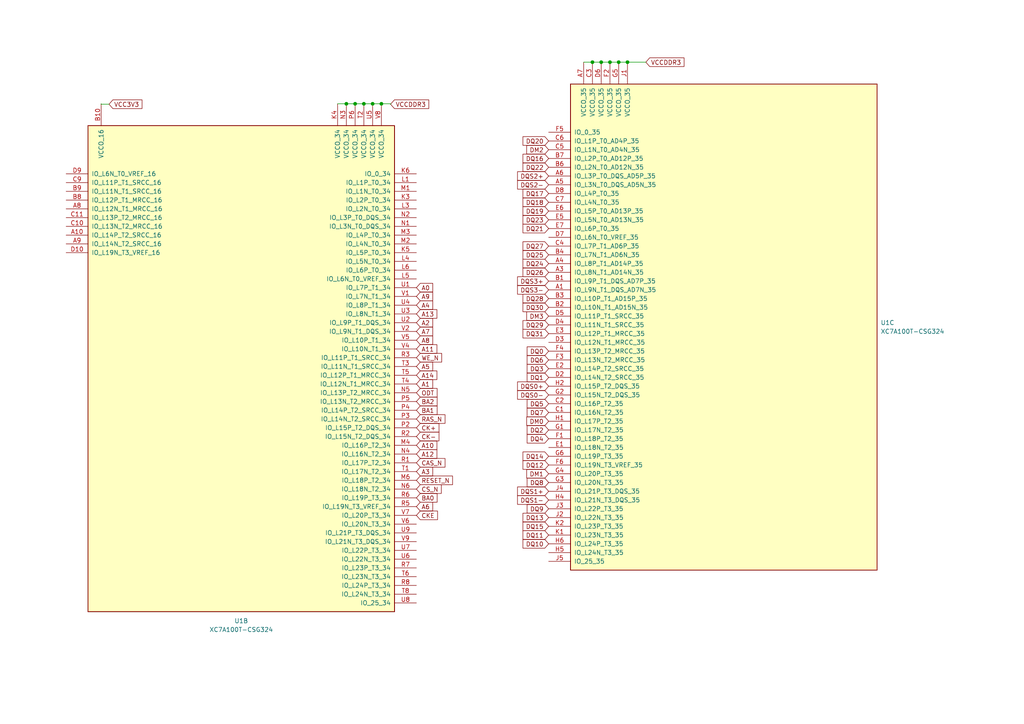
<source format=kicad_sch>
(kicad_sch (version 20230121) (generator eeschema)
  (paper "A4")
  (lib_symbols
    (symbol "FPGA_Xilinx_Artix7:XC7A100T-CSG324" (pin_names (offset 1.016))
      (property "Reference" "U" (at 0 1.27 0))
      (property "Value" "XC7A100T-CSG324" (at 0 -1.27 0))
      (symbol "XC7A100T-CSG324_1_1"
        (rectangle (start -44.45 67.31) (end 44.45 -73.66) (stroke (width 0.254)) (fill (type background)))
        (pin bidirectional line (at 50.8 33.02 180) (length 6.35) (name "IO_L4N_T0_15") (number "A11"))
        (pin bidirectional line (at 50.8 10.16 180) (length 6.35) (name "IO_L9P_T1_DQS_AD3P_15") (number "A13"))
        (pin bidirectional line (at 50.8 7.62 180) (length 6.35) (name "IO_L9N_T1_DQS_AD3N_15") (number "A14"))
        (pin bidirectional line (at 50.8 15.24 180) (length 6.35) (name "IO_L8P_T1_AD10P_15") (number "A15"))
        (pin bidirectional line (at 50.8 12.7 180) (length 6.35) (name "IO_L8N_T1_AD10N_15") (number "A16"))
        (pin power_in line (at 27.94 73.66 270) (length 6.35) (name "VCCO_15") (number "A17"))
        (pin bidirectional line (at 50.8 2.54 180) (length 6.35) (name "IO_L10N_T1_AD11N_15") (number "A18"))
        (pin bidirectional line (at 50.8 35.56 180) (length 6.35) (name "IO_L4P_T0_15") (number "B11"))
        (pin bidirectional line (at 50.8 38.1 180) (length 6.35) (name "IO_L3N_T0_DQS_AD1N_15") (number "B12"))
        (pin bidirectional line (at 50.8 45.72 180) (length 6.35) (name "IO_L2P_T0_AD8P_15") (number "B13"))
        (pin bidirectional line (at 50.8 43.18 180) (length 6.35) (name "IO_L2N_T0_AD8N_15") (number "B14"))
        (pin bidirectional line (at 50.8 20.32 180) (length 6.35) (name "IO_L7P_T1_AD2P_15") (number "B16"))
        (pin bidirectional line (at 50.8 17.78 180) (length 6.35) (name "IO_L7N_T1_AD2N_15") (number "B17"))
        (pin bidirectional line (at 50.8 5.08 180) (length 6.35) (name "IO_L10P_T1_AD11P_15") (number "B18"))
        (pin bidirectional line (at 50.8 40.64 180) (length 6.35) (name "IO_L3P_T0_DQS_AD1P_15") (number "C12"))
        (pin power_in line (at 30.48 73.66 270) (length 6.35) (name "VCCO_15") (number "C13"))
        (pin bidirectional line (at 50.8 48.26 180) (length 6.35) (name "IO_L1N_T0_AD0N_15") (number "C14"))
        (pin bidirectional line (at 50.8 -7.62 180) (length 6.35) (name "IO_L12N_T1_MRCC_15") (number "C15"))
        (pin bidirectional line (at 50.8 -45.72 180) (length 6.35) (name "IO_L20P_T3_A20_15") (number "C16"))
        (pin bidirectional line (at 50.8 -48.26 180) (length 6.35) (name "IO_L20N_T3_A19_15") (number "C17"))
        (pin bidirectional line (at 50.8 25.4 180) (length 6.35) (name "IO_L6P_T0_15") (number "D12"))
        (pin bidirectional line (at 50.8 22.86 180) (length 6.35) (name "IO_L6N_T0_VREF_15") (number "D13"))
        (pin bidirectional line (at 50.8 50.8 180) (length 6.35) (name "IO_L1P_T0_AD0P_15") (number "D14"))
        (pin bidirectional line (at 50.8 -5.08 180) (length 6.35) (name "IO_L12P_T1_MRCC_15") (number "D15"))
        (pin power_in line (at 33.02 73.66 270) (length 6.35) (name "VCCO_15") (number "D16"))
        (pin bidirectional line (at 50.8 -27.94 180) (length 6.35) (name "IO_L16N_T2_A27_15") (number "D17"))
        (pin bidirectional line (at 50.8 -53.34 180) (length 6.35) (name "IO_L21N_T3_DQS_A18_15") (number "D18"))
        (pin bidirectional line (at 50.8 0 180) (length 6.35) (name "IO_L11P_T1_SRCC_15") (number "E15"))
        (pin bidirectional line (at 50.8 -2.54 180) (length 6.35) (name "IO_L11N_T1_SRCC_15") (number "E16"))
        (pin bidirectional line (at 50.8 -25.4 180) (length 6.35) (name "IO_L16P_T2_A28_15") (number "E17"))
        (pin bidirectional line (at 50.8 -50.8 180) (length 6.35) (name "IO_L21P_T3_DQS_15") (number "E18"))
        (pin bidirectional line (at 50.8 30.48 180) (length 6.35) (name "IO_L5P_T0_AD9P_15") (number "F13"))
        (pin bidirectional line (at 50.8 27.94 180) (length 6.35) (name "IO_L5N_T0_AD9N_15") (number "F14"))
        (pin bidirectional line (at 50.8 -15.24 180) (length 6.35) (name "IO_L14P_T2_SRCC_15") (number "F15"))
        (pin bidirectional line (at 50.8 -17.78 180) (length 6.35) (name "IO_L14N_T2_SRCC_15") (number "F16"))
        (pin bidirectional line (at 50.8 -58.42 180) (length 6.35) (name "IO_L22N_T3_A16_15") (number "F18"))
        (pin bidirectional line (at 50.8 53.34 180) (length 6.35) (name "IO_0_15") (number "G13"))
        (pin bidirectional line (at 50.8 -22.86 180) (length 6.35) (name "IO_L15N_T2_DQS_ADV_B_15") (number "G14"))
        (pin power_in line (at 35.56 73.66 270) (length 6.35) (name "VCCO_15") (number "G15"))
        (pin bidirectional line (at 50.8 -12.7 180) (length 6.35) (name "IO_L13N_T2_MRCC_15") (number "G16"))
        (pin bidirectional line (at 50.8 -38.1 180) (length 6.35) (name "IO_L18N_T2_A23_15") (number "G17"))
        (pin bidirectional line (at 50.8 -55.88 180) (length 6.35) (name "IO_L22P_T3_A17_15") (number "G18"))
        (pin bidirectional line (at 50.8 -20.32 180) (length 6.35) (name "IO_L15P_T2_DQS_15") (number "H14"))
        (pin bidirectional line (at 50.8 -43.18 180) (length 6.35) (name "IO_L19N_T3_A21_VREF_15") (number "H15"))
        (pin bidirectional line (at 50.8 -10.16 180) (length 6.35) (name "IO_L13P_T2_MRCC_15") (number "H16"))
        (pin bidirectional line (at 50.8 -35.56 180) (length 6.35) (name "IO_L18P_T2_A24_15") (number "H17"))
        (pin power_in line (at 38.1 73.66 270) (length 6.35) (name "VCCO_15") (number "H18"))
        (pin bidirectional line (at 50.8 -33.02 180) (length 6.35) (name "IO_L17N_T2_A25_15") (number "J13"))
        (pin bidirectional line (at 50.8 -40.64 180) (length 6.35) (name "IO_L19P_T3_A22_15") (number "J14"))
        (pin bidirectional line (at 50.8 -68.58 180) (length 6.35) (name "IO_L24N_T3_RS0_15") (number "J15"))
        (pin bidirectional line (at 50.8 -60.96 180) (length 6.35) (name "IO_L23P_T3_FOE_B_15") (number "J17"))
        (pin bidirectional line (at 50.8 -63.5 180) (length 6.35) (name "IO_L23N_T3_FWE_B_15") (number "J18"))
        (pin bidirectional line (at 50.8 -30.48 180) (length 6.35) (name "IO_L17P_T2_A26_15") (number "K13"))
        (pin power_in line (at 40.64 73.66 270) (length 6.35) (name "VCCO_15") (number "K14"))
        (pin bidirectional line (at 50.8 -66.04 180) (length 6.35) (name "IO_L24P_T3_RS1_15") (number "K15"))
        (pin bidirectional line (at 50.8 -71.12 180) (length 6.35) (name "IO_25_15") (number "K16"))
        (pin bidirectional line (at -50.8 50.8 0) (length 6.35) (name "IO_L1P_T0_D00_MOSI_14") (number "K17"))
        (pin bidirectional line (at -50.8 48.26 0) (length 6.35) (name "IO_L1N_T0_D01_DIN_14") (number "K18"))
        (pin bidirectional line (at -50.8 25.4 0) (length 6.35) (name "IO_L6P_T0_FCS_B_14") (number "L13"))
        (pin bidirectional line (at -50.8 45.72 0) (length 6.35) (name "IO_L2P_T0_D02_14") (number "L14"))
        (pin bidirectional line (at -50.8 40.64 0) (length 6.35) (name "IO_L3P_T0_DQS_PUDC_B_14") (number "L15"))
        (pin bidirectional line (at -50.8 38.1 0) (length 6.35) (name "IO_L3N_T0_DQS_EMCCLK_14") (number "L16"))
        (pin power_in line (at -40.64 73.66 270) (length 6.35) (name "VCCO_14") (number "L17"))
        (pin bidirectional line (at -50.8 35.56 0) (length 6.35) (name "IO_L4P_T0_D04_14") (number "L18"))
        (pin bidirectional line (at -50.8 22.86 0) (length 6.35) (name "IO_L6N_T0_D08_VREF_14") (number "M13"))
        (pin bidirectional line (at -50.8 43.18 0) (length 6.35) (name "IO_L2N_T0_D03_14") (number "M14"))
        (pin bidirectional line (at -50.8 5.08 0) (length 6.35) (name "IO_L10P_T1_D14_14") (number "M16"))
        (pin bidirectional line (at -50.8 2.54 0) (length 6.35) (name "IO_L10N_T1_D15_14") (number "M17"))
        (pin bidirectional line (at -50.8 33.02 0) (length 6.35) (name "IO_L4N_T0_D05_14") (number "M18"))
        (pin power_in line (at -38.1 73.66 270) (length 6.35) (name "VCCO_14") (number "N13"))
        (pin bidirectional line (at -50.8 15.24 0) (length 6.35) (name "IO_L8P_T1_D11_14") (number "N14"))
        (pin bidirectional line (at -50.8 0 0) (length 6.35) (name "IO_L11P_T1_SRCC_14") (number "N15"))
        (pin bidirectional line (at -50.8 -2.54 0) (length 6.35) (name "IO_L11N_T1_SRCC_14") (number "N16"))
        (pin bidirectional line (at -50.8 10.16 0) (length 6.35) (name "IO_L9P_T1_DQS_14") (number "N17"))
        (pin bidirectional line (at -50.8 12.7 0) (length 6.35) (name "IO_L8N_T1_D12_14") (number "P14"))
        (pin bidirectional line (at -50.8 -10.16 0) (length 6.35) (name "IO_L13P_T2_MRCC_14") (number "P15"))
        (pin power_in line (at -35.56 73.66 270) (length 6.35) (name "VCCO_14") (number "P16"))
        (pin bidirectional line (at -50.8 -5.08 0) (length 6.35) (name "IO_L12P_T1_MRCC_14") (number "P17"))
        (pin bidirectional line (at -50.8 7.62 0) (length 6.35) (name "IO_L9N_T1_DQS_D13_14") (number "P18"))
        (pin bidirectional line (at -50.8 -71.12 0) (length 6.35) (name "IO_25_14") (number "R10"))
        (pin bidirectional line (at -50.8 53.34 0) (length 6.35) (name "IO_0_14") (number "R11"))
        (pin bidirectional line (at -50.8 30.48 0) (length 6.35) (name "IO_L5P_T0_D06_14") (number "R12"))
        (pin bidirectional line (at -50.8 27.94 0) (length 6.35) (name "IO_L5N_T0_D07_14") (number "R13"))
        (pin bidirectional line (at -50.8 -12.7 0) (length 6.35) (name "IO_L13N_T2_MRCC_14") (number "R15"))
        (pin bidirectional line (at -50.8 -20.32 0) (length 6.35) (name "IO_L15P_T2_DQS_RDWR_B_14") (number "R16"))
        (pin bidirectional line (at -50.8 -7.62 0) (length 6.35) (name "IO_L12N_T1_MRCC_14") (number "R17"))
        (pin bidirectional line (at -50.8 20.32 0) (length 6.35) (name "IO_L7P_T1_D09_14") (number "R18"))
        (pin bidirectional line (at -50.8 -68.58 0) (length 6.35) (name "IO_L24N_T3_A00_D16_14") (number "T10"))
        (pin bidirectional line (at -50.8 -40.64 0) (length 6.35) (name "IO_L19P_T3_A10_D26_14") (number "T11"))
        (pin power_in line (at -33.02 73.66 270) (length 6.35) (name "VCCO_14") (number "T12"))
        (pin bidirectional line (at -50.8 -60.96 0) (length 6.35) (name "IO_L23P_T3_A03_D19_14") (number "T13"))
        (pin bidirectional line (at -50.8 -15.24 0) (length 6.35) (name "IO_L14P_T2_SRCC_14") (number "T14"))
        (pin bidirectional line (at -50.8 -17.78 0) (length 6.35) (name "IO_L14N_T2_SRCC_14") (number "T15"))
        (pin bidirectional line (at -50.8 -22.86 0) (length 6.35) (name "IO_L15N_T2_DQS_DOUT_CSO_B_14") (number "T16"))
        (pin bidirectional line (at -50.8 17.78 0) (length 6.35) (name "IO_L7N_T1_D10_14") (number "T18"))
        (pin bidirectional line (at -50.8 -66.04 0) (length 6.35) (name "IO_L24P_T3_A01_D17_14") (number "T9"))
        (pin bidirectional line (at -50.8 -43.18 0) (length 6.35) (name "IO_L19N_T3_A09_D25_VREF_14") (number "U11"))
        (pin bidirectional line (at -50.8 -45.72 0) (length 6.35) (name "IO_L20P_T3_A08_D24_14") (number "U12"))
        (pin bidirectional line (at -50.8 -63.5 0) (length 6.35) (name "IO_L23N_T3_A02_D18_14") (number "U13"))
        (pin bidirectional line (at -50.8 -55.88 0) (length 6.35) (name "IO_L22P_T3_A05_D21_14") (number "U14"))
        (pin power_in line (at -30.48 73.66 270) (length 6.35) (name "VCCO_14") (number "U15"))
        (pin bidirectional line (at -50.8 -35.56 0) (length 6.35) (name "IO_L18P_T2_A12_D28_14") (number "U16"))
        (pin bidirectional line (at -50.8 -30.48 0) (length 6.35) (name "IO_L17P_T2_A14_D30_14") (number "U17"))
        (pin bidirectional line (at -50.8 -33.02 0) (length 6.35) (name "IO_L17N_T2_A13_D29_14") (number "U18"))
        (pin bidirectional line (at -50.8 -50.8 0) (length 6.35) (name "IO_L21P_T3_DQS_14") (number "V10"))
        (pin bidirectional line (at -50.8 -53.34 0) (length 6.35) (name "IO_L21N_T3_DQS_A06_D22_14") (number "V11"))
        (pin bidirectional line (at -50.8 -48.26 0) (length 6.35) (name "IO_L20N_T3_A07_D23_14") (number "V12"))
        (pin bidirectional line (at -50.8 -58.42 0) (length 6.35) (name "IO_L22N_T3_A04_D20_14") (number "V14"))
        (pin bidirectional line (at -50.8 -25.4 0) (length 6.35) (name "IO_L16P_T2_CSI_B_14") (number "V15"))
        (pin bidirectional line (at -50.8 -27.94 0) (length 6.35) (name "IO_L16N_T2_A15_D31_14") (number "V16"))
        (pin bidirectional line (at -50.8 -38.1 0) (length 6.35) (name "IO_L18N_T2_A11_D27_14") (number "V17"))
        (pin power_in line (at -27.94 73.66 270) (length 6.35) (name "VCCO_14") (number "V18"))
      )
      (symbol "XC7A100T-CSG324_2_1"
        (rectangle (start -44.45 67.31) (end 44.45 -73.66) (stroke (width 0.254)) (fill (type background)))
        (pin bidirectional line (at -50.8 35.56 0) (length 6.35) (name "IO_L14P_T2_SRCC_16") (number "A10"))
        (pin bidirectional line (at -50.8 43.18 0) (length 6.35) (name "IO_L12N_T1_MRCC_16") (number "A8"))
        (pin bidirectional line (at -50.8 33.02 0) (length 6.35) (name "IO_L14N_T2_SRCC_16") (number "A9"))
        (pin power_in line (at -40.64 73.66 270) (length 6.35) (name "VCCO_16") (number "B10"))
        (pin bidirectional line (at -50.8 45.72 0) (length 6.35) (name "IO_L12P_T1_MRCC_16") (number "B8"))
        (pin bidirectional line (at -50.8 48.26 0) (length 6.35) (name "IO_L11N_T1_SRCC_16") (number "B9"))
        (pin bidirectional line (at -50.8 38.1 0) (length 6.35) (name "IO_L13N_T2_MRCC_16") (number "C10"))
        (pin bidirectional line (at -50.8 40.64 0) (length 6.35) (name "IO_L13P_T2_MRCC_16") (number "C11"))
        (pin bidirectional line (at -50.8 50.8 0) (length 6.35) (name "IO_L11P_T1_SRCC_16") (number "C9"))
        (pin bidirectional line (at -50.8 30.48 0) (length 6.35) (name "IO_L19N_T3_VREF_16") (number "D10"))
        (pin bidirectional line (at -50.8 53.34 0) (length 6.35) (name "IO_L6N_T0_VREF_16") (number "D9"))
        (pin bidirectional line (at 50.8 45.72 180) (length 6.35) (name "IO_L2P_T0_34") (number "K3"))
        (pin power_in line (at 27.94 73.66 270) (length 6.35) (name "VCCO_34") (number "K4"))
        (pin bidirectional line (at 50.8 30.48 180) (length 6.35) (name "IO_L5P_T0_34") (number "K5"))
        (pin bidirectional line (at 50.8 53.34 180) (length 6.35) (name "IO_0_34") (number "K6"))
        (pin bidirectional line (at 50.8 50.8 180) (length 6.35) (name "IO_L1P_T0_34") (number "L1"))
        (pin bidirectional line (at 50.8 43.18 180) (length 6.35) (name "IO_L2N_T0_34") (number "L3"))
        (pin bidirectional line (at 50.8 27.94 180) (length 6.35) (name "IO_L5N_T0_34") (number "L4"))
        (pin bidirectional line (at 50.8 22.86 180) (length 6.35) (name "IO_L6N_T0_VREF_34") (number "L5"))
        (pin bidirectional line (at 50.8 25.4 180) (length 6.35) (name "IO_L6P_T0_34") (number "L6"))
        (pin bidirectional line (at 50.8 48.26 180) (length 6.35) (name "IO_L1N_T0_34") (number "M1"))
        (pin bidirectional line (at 50.8 33.02 180) (length 6.35) (name "IO_L4N_T0_34") (number "M2"))
        (pin bidirectional line (at 50.8 35.56 180) (length 6.35) (name "IO_L4P_T0_34") (number "M3"))
        (pin bidirectional line (at 50.8 -25.4 180) (length 6.35) (name "IO_L16P_T2_34") (number "M4"))
        (pin bidirectional line (at 50.8 -35.56 180) (length 6.35) (name "IO_L18P_T2_34") (number "M6"))
        (pin bidirectional line (at 50.8 38.1 180) (length 6.35) (name "IO_L3N_T0_DQS_34") (number "N1"))
        (pin bidirectional line (at 50.8 40.64 180) (length 6.35) (name "IO_L3P_T0_DQS_34") (number "N2"))
        (pin power_in line (at 30.48 73.66 270) (length 6.35) (name "VCCO_34") (number "N3"))
        (pin bidirectional line (at 50.8 -27.94 180) (length 6.35) (name "IO_L16N_T2_34") (number "N4"))
        (pin bidirectional line (at 50.8 -10.16 180) (length 6.35) (name "IO_L13P_T2_MRCC_34") (number "N5"))
        (pin bidirectional line (at 50.8 -38.1 180) (length 6.35) (name "IO_L18N_T2_34") (number "N6"))
        (pin bidirectional line (at 50.8 -20.32 180) (length 6.35) (name "IO_L15P_T2_DQS_34") (number "P2"))
        (pin bidirectional line (at 50.8 -17.78 180) (length 6.35) (name "IO_L14N_T2_SRCC_34") (number "P3"))
        (pin bidirectional line (at 50.8 -15.24 180) (length 6.35) (name "IO_L14P_T2_SRCC_34") (number "P4"))
        (pin bidirectional line (at 50.8 -12.7 180) (length 6.35) (name "IO_L13N_T2_MRCC_34") (number "P5"))
        (pin power_in line (at 33.02 73.66 270) (length 6.35) (name "VCCO_34") (number "P6"))
        (pin bidirectional line (at 50.8 -30.48 180) (length 6.35) (name "IO_L17P_T2_34") (number "R1"))
        (pin bidirectional line (at 50.8 -22.86 180) (length 6.35) (name "IO_L15N_T2_DQS_34") (number "R2"))
        (pin bidirectional line (at 50.8 0 180) (length 6.35) (name "IO_L11P_T1_SRCC_34") (number "R3"))
        (pin bidirectional line (at 50.8 -43.18 180) (length 6.35) (name "IO_L19N_T3_VREF_34") (number "R5"))
        (pin bidirectional line (at 50.8 -40.64 180) (length 6.35) (name "IO_L19P_T3_34") (number "R6"))
        (pin bidirectional line (at 50.8 -60.96 180) (length 6.35) (name "IO_L23P_T3_34") (number "R7"))
        (pin bidirectional line (at 50.8 -66.04 180) (length 6.35) (name "IO_L24P_T3_34") (number "R8"))
        (pin bidirectional line (at 50.8 -33.02 180) (length 6.35) (name "IO_L17N_T2_34") (number "T1"))
        (pin power_in line (at 35.56 73.66 270) (length 6.35) (name "VCCO_34") (number "T2"))
        (pin bidirectional line (at 50.8 -2.54 180) (length 6.35) (name "IO_L11N_T1_SRCC_34") (number "T3"))
        (pin bidirectional line (at 50.8 -7.62 180) (length 6.35) (name "IO_L12N_T1_MRCC_34") (number "T4"))
        (pin bidirectional line (at 50.8 -5.08 180) (length 6.35) (name "IO_L12P_T1_MRCC_34") (number "T5"))
        (pin bidirectional line (at 50.8 -63.5 180) (length 6.35) (name "IO_L23N_T3_34") (number "T6"))
        (pin bidirectional line (at 50.8 -68.58 180) (length 6.35) (name "IO_L24N_T3_34") (number "T8"))
        (pin bidirectional line (at 50.8 20.32 180) (length 6.35) (name "IO_L7P_T1_34") (number "U1"))
        (pin bidirectional line (at 50.8 10.16 180) (length 6.35) (name "IO_L9P_T1_DQS_34") (number "U2"))
        (pin bidirectional line (at 50.8 12.7 180) (length 6.35) (name "IO_L8N_T1_34") (number "U3"))
        (pin bidirectional line (at 50.8 15.24 180) (length 6.35) (name "IO_L8P_T1_34") (number "U4"))
        (pin power_in line (at 38.1 73.66 270) (length 6.35) (name "VCCO_34") (number "U5"))
        (pin bidirectional line (at 50.8 -58.42 180) (length 6.35) (name "IO_L22N_T3_34") (number "U6"))
        (pin bidirectional line (at 50.8 -55.88 180) (length 6.35) (name "IO_L22P_T3_34") (number "U7"))
        (pin bidirectional line (at 50.8 -71.12 180) (length 6.35) (name "IO_25_34") (number "U8"))
        (pin bidirectional line (at 50.8 -50.8 180) (length 6.35) (name "IO_L21P_T3_DQS_34") (number "U9"))
        (pin bidirectional line (at 50.8 17.78 180) (length 6.35) (name "IO_L7N_T1_34") (number "V1"))
        (pin bidirectional line (at 50.8 7.62 180) (length 6.35) (name "IO_L9N_T1_DQS_34") (number "V2"))
        (pin bidirectional line (at 50.8 2.54 180) (length 6.35) (name "IO_L10N_T1_34") (number "V4"))
        (pin bidirectional line (at 50.8 5.08 180) (length 6.35) (name "IO_L10P_T1_34") (number "V5"))
        (pin bidirectional line (at 50.8 -48.26 180) (length 6.35) (name "IO_L20N_T3_34") (number "V6"))
        (pin bidirectional line (at 50.8 -45.72 180) (length 6.35) (name "IO_L20P_T3_34") (number "V7"))
        (pin power_in line (at 40.64 73.66 270) (length 6.35) (name "VCCO_34") (number "V8"))
        (pin bidirectional line (at 50.8 -53.34 180) (length 6.35) (name "IO_L21N_T3_DQS_34") (number "V9"))
      )
      (symbol "XC7A100T-CSG324_3_1"
        (rectangle (start -44.45 67.31) (end 44.45 -73.66) (stroke (width 0.254)) (fill (type background)))
        (pin bidirectional line (at -50.8 7.62 0) (length 6.35) (name "IO_L9N_T1_DQS_AD7N_35") (number "A1"))
        (pin bidirectional line (at -50.8 12.7 0) (length 6.35) (name "IO_L8N_T1_AD14N_35") (number "A3"))
        (pin bidirectional line (at -50.8 15.24 0) (length 6.35) (name "IO_L8P_T1_AD14P_35") (number "A4"))
        (pin bidirectional line (at -50.8 38.1 0) (length 6.35) (name "IO_L3N_T0_DQS_AD5N_35") (number "A5"))
        (pin bidirectional line (at -50.8 40.64 0) (length 6.35) (name "IO_L3P_T0_DQS_AD5P_35") (number "A6"))
        (pin power_in line (at -40.64 73.66 270) (length 6.35) (name "VCCO_35") (number "A7"))
        (pin bidirectional line (at -50.8 10.16 0) (length 6.35) (name "IO_L9P_T1_DQS_AD7P_35") (number "B1"))
        (pin bidirectional line (at -50.8 2.54 0) (length 6.35) (name "IO_L10N_T1_AD15N_35") (number "B2"))
        (pin bidirectional line (at -50.8 5.08 0) (length 6.35) (name "IO_L10P_T1_AD15P_35") (number "B3"))
        (pin bidirectional line (at -50.8 17.78 0) (length 6.35) (name "IO_L7N_T1_AD6N_35") (number "B4"))
        (pin bidirectional line (at -50.8 43.18 0) (length 6.35) (name "IO_L2N_T0_AD12N_35") (number "B6"))
        (pin bidirectional line (at -50.8 45.72 0) (length 6.35) (name "IO_L2P_T0_AD12P_35") (number "B7"))
        (pin bidirectional line (at -50.8 -27.94 0) (length 6.35) (name "IO_L16N_T2_35") (number "C1"))
        (pin bidirectional line (at -50.8 -25.4 0) (length 6.35) (name "IO_L16P_T2_35") (number "C2"))
        (pin power_in line (at -38.1 73.66 270) (length 6.35) (name "VCCO_35") (number "C3"))
        (pin bidirectional line (at -50.8 20.32 0) (length 6.35) (name "IO_L7P_T1_AD6P_35") (number "C4"))
        (pin bidirectional line (at -50.8 48.26 0) (length 6.35) (name "IO_L1N_T0_AD4N_35") (number "C5"))
        (pin bidirectional line (at -50.8 50.8 0) (length 6.35) (name "IO_L1P_T0_AD4P_35") (number "C6"))
        (pin bidirectional line (at -50.8 33.02 0) (length 6.35) (name "IO_L4N_T0_35") (number "C7"))
        (pin bidirectional line (at -50.8 -17.78 0) (length 6.35) (name "IO_L14N_T2_SRCC_35") (number "D2"))
        (pin bidirectional line (at -50.8 -7.62 0) (length 6.35) (name "IO_L12N_T1_MRCC_35") (number "D3"))
        (pin bidirectional line (at -50.8 -2.54 0) (length 6.35) (name "IO_L11N_T1_SRCC_35") (number "D4"))
        (pin bidirectional line (at -50.8 0 0) (length 6.35) (name "IO_L11P_T1_SRCC_35") (number "D5"))
        (pin power_in line (at -35.56 73.66 270) (length 6.35) (name "VCCO_35") (number "D6"))
        (pin bidirectional line (at -50.8 22.86 0) (length 6.35) (name "IO_L6N_T0_VREF_35") (number "D7"))
        (pin bidirectional line (at -50.8 35.56 0) (length 6.35) (name "IO_L4P_T0_35") (number "D8"))
        (pin bidirectional line (at -50.8 -38.1 0) (length 6.35) (name "IO_L18N_T2_35") (number "E1"))
        (pin bidirectional line (at -50.8 -15.24 0) (length 6.35) (name "IO_L14P_T2_SRCC_35") (number "E2"))
        (pin bidirectional line (at -50.8 -5.08 0) (length 6.35) (name "IO_L12P_T1_MRCC_35") (number "E3"))
        (pin bidirectional line (at -50.8 27.94 0) (length 6.35) (name "IO_L5N_T0_AD13N_35") (number "E5"))
        (pin bidirectional line (at -50.8 30.48 0) (length 6.35) (name "IO_L5P_T0_AD13P_35") (number "E6"))
        (pin bidirectional line (at -50.8 25.4 0) (length 6.35) (name "IO_L6P_T0_35") (number "E7"))
        (pin bidirectional line (at -50.8 -35.56 0) (length 6.35) (name "IO_L18P_T2_35") (number "F1"))
        (pin power_in line (at -33.02 73.66 270) (length 6.35) (name "VCCO_35") (number "F2"))
        (pin bidirectional line (at -50.8 -12.7 0) (length 6.35) (name "IO_L13N_T2_MRCC_35") (number "F3"))
        (pin bidirectional line (at -50.8 -10.16 0) (length 6.35) (name "IO_L13P_T2_MRCC_35") (number "F4"))
        (pin bidirectional line (at -50.8 53.34 0) (length 6.35) (name "IO_0_35") (number "F5"))
        (pin bidirectional line (at -50.8 -43.18 0) (length 6.35) (name "IO_L19N_T3_VREF_35") (number "F6"))
        (pin bidirectional line (at -50.8 -33.02 0) (length 6.35) (name "IO_L17N_T2_35") (number "G1"))
        (pin bidirectional line (at -50.8 -22.86 0) (length 6.35) (name "IO_L15N_T2_DQS_35") (number "G2"))
        (pin bidirectional line (at -50.8 -48.26 0) (length 6.35) (name "IO_L20N_T3_35") (number "G3"))
        (pin bidirectional line (at -50.8 -45.72 0) (length 6.35) (name "IO_L20P_T3_35") (number "G4"))
        (pin power_in line (at -30.48 73.66 270) (length 6.35) (name "VCCO_35") (number "G5"))
        (pin bidirectional line (at -50.8 -40.64 0) (length 6.35) (name "IO_L19P_T3_35") (number "G6"))
        (pin bidirectional line (at -50.8 -30.48 0) (length 6.35) (name "IO_L17P_T2_35") (number "H1"))
        (pin bidirectional line (at -50.8 -20.32 0) (length 6.35) (name "IO_L15P_T2_DQS_35") (number "H2"))
        (pin bidirectional line (at -50.8 -53.34 0) (length 6.35) (name "IO_L21N_T3_DQS_35") (number "H4"))
        (pin bidirectional line (at -50.8 -68.58 0) (length 6.35) (name "IO_L24N_T3_35") (number "H5"))
        (pin bidirectional line (at -50.8 -66.04 0) (length 6.35) (name "IO_L24P_T3_35") (number "H6"))
        (pin power_in line (at -27.94 73.66 270) (length 6.35) (name "VCCO_35") (number "J1"))
        (pin bidirectional line (at -50.8 -58.42 0) (length 6.35) (name "IO_L22N_T3_35") (number "J2"))
        (pin bidirectional line (at -50.8 -55.88 0) (length 6.35) (name "IO_L22P_T3_35") (number "J3"))
        (pin bidirectional line (at -50.8 -50.8 0) (length 6.35) (name "IO_L21P_T3_DQS_35") (number "J4"))
        (pin bidirectional line (at -50.8 -71.12 0) (length 6.35) (name "IO_25_35") (number "J5"))
        (pin bidirectional line (at -50.8 -63.5 0) (length 6.35) (name "IO_L23N_T3_35") (number "K1"))
        (pin bidirectional line (at -50.8 -60.96 0) (length 6.35) (name "IO_L23P_T3_35") (number "K2"))
      )
      (symbol "XC7A100T-CSG324_4_1"
        (rectangle (start -31.75 34.29) (end 31.75 -40.64) (stroke (width 0.254)) (fill (type background)))
        (pin bidirectional line (at 38.1 12.7 180) (length 6.35) (name "TCK_0") (number "E10"))
        (pin bidirectional line (at 38.1 20.32 180) (length 6.35) (name "TDI_0") (number "E11"))
        (pin bidirectional line (at 38.1 15.24 180) (length 6.35) (name "TMS_0") (number "E12"))
        (pin bidirectional line (at 38.1 17.78 180) (length 6.35) (name "TDO_0") (number "E13"))
        (pin bidirectional line (at 38.1 7.62 180) (length 6.35) (name "CCLK_0") (number "E9"))
        (pin bidirectional line (at 38.1 -20.32 180) (length 6.35) (name "VP_0") (number "J10"))
        (pin bidirectional line (at 38.1 -30.48 180) (length 6.35) (name "VREFN_0") (number "J9"))
        (pin bidirectional line (at 38.1 -27.94 180) (length 6.35) (name "VREFP_0") (number "K10"))
        (pin bidirectional line (at 38.1 -22.86 180) (length 6.35) (name "VN_0") (number "K9"))
        (pin bidirectional line (at 38.1 -35.56 180) (length 6.35) (name "DXP_0") (number "L10"))
        (pin bidirectional line (at 38.1 -38.1 180) (length 6.35) (name "DXN_0") (number "L9"))
        (pin bidirectional line (at 38.1 -5.08 180) (length 6.35) (name "DONE_0") (number "P10"))
        (pin bidirectional line (at 38.1 0 180) (length 6.35) (name "M2_0") (number "P11"))
        (pin bidirectional line (at 38.1 5.08 180) (length 6.35) (name "M0_0") (number "P12"))
        (pin bidirectional line (at 38.1 2.54 180) (length 6.35) (name "M1_0") (number "P13"))
        (pin bidirectional line (at 38.1 -7.62 180) (length 6.35) (name "INIT_B_0") (number "P7"))
        (pin bidirectional line (at 38.1 -15.24 180) (length 6.35) (name "CFGBVS_0") (number "P8"))
        (pin bidirectional line (at 38.1 -10.16 180) (length 6.35) (name "PROGRAM_B_0") (number "P9"))
        (pin power_in line (at 27.94 40.64 270) (length 6.35) (name "VCCO_0") (number "R9"))
      )
      (symbol "XC7A100T-CSG324_5_1"
        (rectangle (start -19.05 50.8) (end 19.05 -50.8) (stroke (width 0.254)) (fill (type background)))
        (pin power_in line (at -25.4 7.62 0) (length 6.35) (name "GND") (number "A12"))
        (pin power_in line (at -25.4 10.16 0) (length 6.35) (name "GND") (number "A2"))
        (pin power_in line (at -25.4 2.54 0) (length 6.35) (name "GND") (number "B15"))
        (pin power_in line (at -25.4 5.08 0) (length 6.35) (name "GND") (number "B5"))
        (pin power_in line (at -25.4 -2.54 0) (length 6.35) (name "GND") (number "C18"))
        (pin power_in line (at -25.4 0 0) (length 6.35) (name "GND") (number "C8"))
        (pin power_in line (at -25.4 -5.08 0) (length 6.35) (name "GND") (number "D1"))
        (pin power_in line (at -25.4 -7.62 0) (length 6.35) (name "GND") (number "D11"))
        (pin power_in line (at -25.4 -12.7 0) (length 6.35) (name "GND") (number "E14"))
        (pin power_in line (at -25.4 -10.16 0) (length 6.35) (name "GND") (number "E4"))
        (pin power_in line (at -25.4 30.48 0) (length 6.35) (name "VCCBATT_0") (number "E8"))
        (pin power_in line (at -25.4 27.94 0) (length 6.35) (name "VCCBRAM") (number "F10"))
        (pin power_in line (at -25.4 -20.32 0) (length 6.35) (name "GND") (number "F11"))
        (pin power_in line (at -25.4 48.26 0) (length 6.35) (name "VCCAUX") (number "F12"))
        (pin power_in line (at -25.4 -22.86 0) (length 6.35) (name "GND") (number "F17"))
        (pin power_in line (at -25.4 -15.24 0) (length 6.35) (name "GND") (number "F7"))
        (pin power_in line (at 25.4 48.26 180) (length 6.35) (name "VCCINT") (number "F8"))
        (pin power_in line (at -25.4 -17.78 0) (length 6.35) (name "GND") (number "F9"))
        (pin power_in line (at -25.4 -27.94 0) (length 6.35) (name "GND") (number "G10"))
        (pin power_in line (at -25.4 25.4 0) (length 6.35) (name "VCCBRAM") (number "G11"))
        (pin power_in line (at -25.4 -30.48 0) (length 6.35) (name "GND") (number "G12"))
        (pin power_in line (at 25.4 45.72 180) (length 6.35) (name "VCCINT") (number "G7"))
        (pin power_in line (at -25.4 -25.4 0) (length 6.35) (name "GND") (number "G8"))
        (pin power_in line (at 25.4 43.18 180) (length 6.35) (name "VCCINT") (number "G9"))
        (pin power_in line (at -25.4 33.02 0) (length 6.35) (name "VCCADC_0") (number "H10"))
        (pin power_in line (at -25.4 -38.1 0) (length 6.35) (name "GND") (number "H11"))
        (pin power_in line (at -25.4 45.72 0) (length 6.35) (name "VCCAUX") (number "H12"))
        (pin power_in line (at -25.4 -40.64 0) (length 6.35) (name "GND") (number "H13"))
        (pin power_in line (at -25.4 -33.02 0) (length 6.35) (name "GND") (number "H3"))
        (pin power_in line (at -25.4 -35.56 0) (length 6.35) (name "GND") (number "H7"))
        (pin power_in line (at 25.4 40.64 180) (length 6.35) (name "VCCINT") (number "H8"))
        (pin power_in line (at -25.4 35.56 0) (length 6.35) (name "GNDADC_0") (number "H9"))
        (pin power_in line (at 25.4 35.56 180) (length 6.35) (name "VCCINT") (number "J11"))
        (pin power_in line (at -25.4 -48.26 0) (length 6.35) (name "GND") (number "J12"))
        (pin power_in line (at 25.4 7.62 180) (length 6.35) (name "GND") (number "J16"))
        (pin power_in line (at -25.4 -43.18 0) (length 6.35) (name "GND") (number "J6"))
        (pin power_in line (at 25.4 38.1 180) (length 6.35) (name "VCCINT") (number "J7"))
        (pin power_in line (at -25.4 -45.72 0) (length 6.35) (name "GND") (number "J8"))
        (pin power_in line (at 25.4 2.54 180) (length 6.35) (name "GND") (number "K11"))
        (pin power_in line (at -25.4 43.18 0) (length 6.35) (name "VCCAUX") (number "K12"))
        (pin power_in line (at 25.4 5.08 180) (length 6.35) (name "GND") (number "K7"))
        (pin power_in line (at 25.4 33.02 180) (length 6.35) (name "VCCINT") (number "K8"))
        (pin power_in line (at 25.4 27.94 180) (length 6.35) (name "VCCINT") (number "L11"))
        (pin power_in line (at 25.4 -5.08 180) (length 6.35) (name "GND") (number "L12"))
        (pin power_in line (at 25.4 0 180) (length 6.35) (name "GND") (number "L2"))
        (pin power_in line (at 25.4 30.48 180) (length 6.35) (name "VCCINT") (number "L7"))
        (pin power_in line (at 25.4 -2.54 180) (length 6.35) (name "GND") (number "L8"))
        (pin power_in line (at 25.4 22.86 180) (length 6.35) (name "VCCINT") (number "M10"))
        (pin power_in line (at 25.4 -15.24 180) (length 6.35) (name "GND") (number "M11"))
        (pin power_in line (at -25.4 40.64 0) (length 6.35) (name "VCCAUX") (number "M12"))
        (pin power_in line (at 25.4 -17.78 180) (length 6.35) (name "GND") (number "M15"))
        (pin power_in line (at 25.4 -7.62 180) (length 6.35) (name "GND") (number "M5"))
        (pin power_in line (at 25.4 -10.16 180) (length 6.35) (name "GND") (number "M7"))
        (pin power_in line (at 25.4 25.4 180) (length 6.35) (name "VCCINT") (number "M8"))
        (pin power_in line (at 25.4 -12.7 180) (length 6.35) (name "GND") (number "M9"))
        (pin power_in line (at 25.4 -22.86 180) (length 6.35) (name "GND") (number "N10"))
        (pin power_in line (at 25.4 15.24 180) (length 6.35) (name "VCCINT") (number "N11"))
        (pin power_in line (at 25.4 -25.4 180) (length 6.35) (name "GND") (number "N12"))
        (pin power_in line (at 25.4 -27.94 180) (length 6.35) (name "GND") (number "N18"))
        (pin power_in line (at 25.4 20.32 180) (length 6.35) (name "VCCINT") (number "N7"))
        (pin power_in line (at 25.4 -20.32 180) (length 6.35) (name "GND") (number "N8"))
        (pin power_in line (at 25.4 17.78 180) (length 6.35) (name "VCCINT") (number "N9"))
        (pin power_in line (at 25.4 -30.48 180) (length 6.35) (name "GND") (number "P1"))
        (pin power_in line (at 25.4 -35.56 180) (length 6.35) (name "GND") (number "R14"))
        (pin power_in line (at 25.4 -33.02 180) (length 6.35) (name "GND") (number "R4"))
        (pin power_in line (at 25.4 -40.64 180) (length 6.35) (name "GND") (number "T17"))
        (pin power_in line (at 25.4 -38.1 180) (length 6.35) (name "GND") (number "T7"))
        (pin power_in line (at 25.4 -43.18 180) (length 6.35) (name "GND") (number "U10"))
        (pin power_in line (at 25.4 -48.26 180) (length 6.35) (name "GND") (number "V13"))
        (pin power_in line (at 25.4 -45.72 180) (length 6.35) (name "GND") (number "V3"))
      )
    )
  )
  (junction (at 171.831 18.034))
  (junction (at 108.077 30.099))
  (junction (at 110.617 30.099))
  (junction (at 100.457 30.099))
  (junction (at 174.371 18.034))
  (junction (at 105.537 30.099))
  (junction (at 179.451 18.034))
  (junction (at 181.991 18.034))
  (junction (at 176.911 18.034))
  (junction (at 102.997 30.099))
  (wire (pts (xy 110.617 30.099) (xy 113.284 30.099)))
  (wire (pts (xy 169.291 18.034) (xy 171.831 18.034)))
  (wire (pts (xy 171.831 18.034) (xy 174.371 18.034)))
  (wire (pts (xy 108.077 30.099) (xy 110.617 30.099)))
  (wire (pts (xy 174.371 18.034) (xy 176.911 18.034)))
  (wire (pts (xy 179.451 18.034) (xy 181.991 18.034)))
  (wire (pts (xy 181.991 18.034) (xy 187.325 18.034)))
  (wire (pts (xy 113.284 30.099) (xy 113.284 30.226)))
  (wire (pts (xy 100.457 30.099) (xy 102.997 30.099)))
  (wire (pts (xy 31.623 30.226) (xy 29.337 30.226)))
  (wire (pts (xy 102.997 30.099) (xy 105.537 30.099)))
  (wire (pts (xy 176.911 18.034) (xy 179.451 18.034)))
  (wire (pts (xy 97.917 30.099) (xy 100.457 30.099)))
  (wire (pts (xy 29.337 30.226) (xy 29.337 30.099)))
  (wire (pts (xy 105.537 30.099) (xy 108.077 30.099)))
  (global_label "CK-" (shape input) (at 120.777 126.619 0) (property "Intersheetrefs" "${INTERSHEET_REFS}" (effects hide)))
  (global_label "DQ30" (shape input) (at 159.131 89.154 180) (property "Intersheetrefs" "${INTERSHEET_REFS}" (effects hide)))
  (global_label "VCC3V3" (shape input) (at 31.623 30.226 0) (property "Intersheetrefs" "${INTERSHEET_REFS}" (effects hide)))
  (global_label "DQS0-" (shape input) (at 159.131 114.554 180) (property "Intersheetrefs" "${INTERSHEET_REFS}" (effects hide)))
  (global_label "DQ16" (shape input) (at 159.131 45.974 180) (property "Intersheetrefs" "${INTERSHEET_REFS}" (effects hide)))
  (global_label "A0" (shape input) (at 120.777 83.439 0) (property "Intersheetrefs" "${INTERSHEET_REFS}" (effects hide)))
  (global_label "DQ5" (shape input) (at 159.131 117.094 180) (property "Intersheetrefs" "${INTERSHEET_REFS}" (effects hide)))
  (global_label "DQ29" (shape input) (at 159.131 94.234 180) (property "Intersheetrefs" "${INTERSHEET_REFS}" (effects hide)))
  (global_label "BA0" (shape input) (at 120.777 144.399 0) (property "Intersheetrefs" "${INTERSHEET_REFS}" (effects hide)))
  (global_label "DQ9" (shape input) (at 159.131 147.574 180) (property "Intersheetrefs" "${INTERSHEET_REFS}" (effects hide)))
  (global_label "VCCDDR3" (shape input) (at 113.284 30.226 0) (property "Intersheetrefs" "${INTERSHEET_REFS}" (effects hide)))
  (global_label "DQS3+" (shape input) (at 159.131 81.534 180) (property "Intersheetrefs" "${INTERSHEET_REFS}" (effects hide)))
  (global_label "DQ2" (shape input) (at 159.131 124.714 180) (property "Intersheetrefs" "${INTERSHEET_REFS}" (effects hide)))
  (global_label "DQ20" (shape input) (at 159.131 40.894 180) (property "Intersheetrefs" "${INTERSHEET_REFS}" (effects hide)))
  (global_label "A10" (shape input) (at 120.777 129.159 0) (property "Intersheetrefs" "${INTERSHEET_REFS}" (effects hide)))
  (global_label "A1" (shape input) (at 120.777 111.379 0) (property "Intersheetrefs" "${INTERSHEET_REFS}" (effects hide)))
  (global_label "BA2" (shape input) (at 120.777 116.459 0) (property "Intersheetrefs" "${INTERSHEET_REFS}" (effects hide)))
  (global_label "DQ3" (shape input) (at 159.131 106.934 180) (property "Intersheetrefs" "${INTERSHEET_REFS}" (effects hide)))
  (global_label "DQ22" (shape input) (at 159.131 48.514 180) (property "Intersheetrefs" "${INTERSHEET_REFS}" (effects hide)))
  (global_label "RAS_N" (shape input) (at 120.777 121.539 0) (property "Intersheetrefs" "${INTERSHEET_REFS}" (effects hide)))
  (global_label "CAS_N" (shape input) (at 120.777 134.239 0) (property "Intersheetrefs" "${INTERSHEET_REFS}" (effects hide)))
  (global_label "RESET_N" (shape input) (at 120.777 139.319 0) (property "Intersheetrefs" "${INTERSHEET_REFS}" (effects hide)))
  (global_label "A6" (shape input) (at 120.777 146.939 0) (property "Intersheetrefs" "${INTERSHEET_REFS}" (effects hide)))
  (global_label "DQ4" (shape input) (at 159.131 127.254 180) (property "Intersheetrefs" "${INTERSHEET_REFS}" (effects hide)))
  (global_label "DQ0" (shape input) (at 159.131 101.854 180) (property "Intersheetrefs" "${INTERSHEET_REFS}" (effects hide)))
  (global_label "DQ11" (shape input) (at 159.131 155.194 180) (property "Intersheetrefs" "${INTERSHEET_REFS}" (effects hide)))
  (global_label "WE_N" (shape input) (at 120.777 103.759 0) (property "Intersheetrefs" "${INTERSHEET_REFS}" (effects hide)))
  (global_label "A2" (shape input) (at 120.777 93.599 0) (property "Intersheetrefs" "${INTERSHEET_REFS}" (effects hide)))
  (global_label "DQS2+" (shape input) (at 159.131 51.054 180) (property "Intersheetrefs" "${INTERSHEET_REFS}" (effects hide)))
  (global_label "DQ7" (shape input) (at 159.131 119.634 180) (property "Intersheetrefs" "${INTERSHEET_REFS}" (effects hide)))
  (global_label "DM0" (shape input) (at 159.131 122.174 180) (property "Intersheetrefs" "${INTERSHEET_REFS}" (effects hide)))
  (global_label "CK+" (shape input) (at 120.777 124.079 0) (property "Intersheetrefs" "${INTERSHEET_REFS}" (effects hide)))
  (global_label "A14" (shape input) (at 120.777 108.839 0) (property "Intersheetrefs" "${INTERSHEET_REFS}" (effects hide)))
  (global_label "DQ14" (shape input) (at 159.131 132.334 180) (property "Intersheetrefs" "${INTERSHEET_REFS}" (effects hide)))
  (global_label "A11" (shape input) (at 120.777 101.219 0) (property "Intersheetrefs" "${INTERSHEET_REFS}" (effects hide)))
  (global_label "DQ15" (shape input) (at 159.131 152.654 180) (property "Intersheetrefs" "${INTERSHEET_REFS}" (effects hide)))
  (global_label "DM3" (shape input) (at 159.131 91.694 180) (property "Intersheetrefs" "${INTERSHEET_REFS}" (effects hide)))
  (global_label "DQS1+" (shape input) (at 159.131 142.494 180) (property "Intersheetrefs" "${INTERSHEET_REFS}" (effects hide)))
  (global_label "DQ10" (shape input) (at 159.131 157.734 180) (property "Intersheetrefs" "${INTERSHEET_REFS}" (effects hide)))
  (global_label "DQS3-" (shape input) (at 159.131 84.074 180) (property "Intersheetrefs" "${INTERSHEET_REFS}" (effects hide)))
  (global_label "DQ18" (shape input) (at 159.131 58.674 180) (property "Intersheetrefs" "${INTERSHEET_REFS}" (effects hide)))
  (global_label "DQ26" (shape input) (at 159.131 78.994 180) (property "Intersheetrefs" "${INTERSHEET_REFS}" (effects hide)))
  (global_label "CKE" (shape input) (at 120.777 149.479 0) (property "Intersheetrefs" "${INTERSHEET_REFS}" (effects hide)))
  (global_label "A12" (shape input) (at 120.777 131.699 0) (property "Intersheetrefs" "${INTERSHEET_REFS}" (effects hide)))
  (global_label "A9" (shape input) (at 120.777 85.979 0) (property "Intersheetrefs" "${INTERSHEET_REFS}" (effects hide)))
  (global_label "VCCDDR3" (shape input) (at 187.325 18.034 0) (property "Intersheetrefs" "${INTERSHEET_REFS}" (effects hide)))
  (global_label "BA1" (shape input) (at 120.777 118.999 0) (property "Intersheetrefs" "${INTERSHEET_REFS}" (effects hide)))
  (global_label "DQS2-" (shape input) (at 159.131 53.594 180) (property "Intersheetrefs" "${INTERSHEET_REFS}" (effects hide)))
  (global_label "DQ12" (shape input) (at 159.131 134.874 180) (property "Intersheetrefs" "${INTERSHEET_REFS}" (effects hide)))
  (global_label "DQ28" (shape input) (at 159.131 86.614 180) (property "Intersheetrefs" "${INTERSHEET_REFS}" (effects hide)))
  (global_label "DQ25" (shape input) (at 159.131 73.914 180) (property "Intersheetrefs" "${INTERSHEET_REFS}" (effects hide)))
  (global_label "A8" (shape input) (at 120.777 98.679 0) (property "Intersheetrefs" "${INTERSHEET_REFS}" (effects hide)))
  (global_label "DQ6" (shape input) (at 159.131 104.394 180) (property "Intersheetrefs" "${INTERSHEET_REFS}" (effects hide)))
  (global_label "DQ19" (shape input) (at 159.131 61.214 180) (property "Intersheetrefs" "${INTERSHEET_REFS}" (effects hide)))
  (global_label "DQS0+" (shape input) (at 159.131 112.014 180) (property "Intersheetrefs" "${INTERSHEET_REFS}" (effects hide)))
  (global_label "DQ1" (shape input) (at 159.131 109.474 180) (property "Intersheetrefs" "${INTERSHEET_REFS}" (effects hide)))
  (global_label "A3" (shape input) (at 120.777 136.779 0) (property "Intersheetrefs" "${INTERSHEET_REFS}" (effects hide)))
  (global_label "CS_N" (shape input) (at 120.777 141.859 0) (property "Intersheetrefs" "${INTERSHEET_REFS}" (effects hide)))
  (global_label "DQ17" (shape input) (at 159.131 56.134 180) (property "Intersheetrefs" "${INTERSHEET_REFS}" (effects hide)))
  (global_label "DQ21" (shape input) (at 159.131 66.294 180) (property "Intersheetrefs" "${INTERSHEET_REFS}" (effects hide)))
  (global_label "DQ8" (shape input) (at 159.131 139.954 180) (property "Intersheetrefs" "${INTERSHEET_REFS}" (effects hide)))
  (global_label "DQ13" (shape input) (at 159.131 150.114 180) (property "Intersheetrefs" "${INTERSHEET_REFS}" (effects hide)))
  (global_label "A13" (shape input) (at 120.777 91.059 0) (property "Intersheetrefs" "${INTERSHEET_REFS}" (effects hide)))
  (global_label "DQ24" (shape input) (at 159.131 76.454 180) (property "Intersheetrefs" "${INTERSHEET_REFS}" (effects hide)))
  (global_label "A7" (shape input) (at 120.777 96.139 0) (property "Intersheetrefs" "${INTERSHEET_REFS}" (effects hide)))
  (global_label "DM2" (shape input) (at 159.131 43.434 180) (property "Intersheetrefs" "${INTERSHEET_REFS}" (effects hide)))
  (global_label "DM1" (shape input) (at 159.131 137.414 180) (property "Intersheetrefs" "${INTERSHEET_REFS}" (effects hide)))
  (global_label "DQ27" (shape input) (at 159.131 71.374 180) (property "Intersheetrefs" "${INTERSHEET_REFS}" (effects hide)))
  (global_label "DQ31" (shape input) (at 159.131 96.774 180) (property "Intersheetrefs" "${INTERSHEET_REFS}" (effects hide)))
  (global_label "DQS1-" (shape input) (at 159.131 145.034 180) (property "Intersheetrefs" "${INTERSHEET_REFS}" (effects hide)))
  (global_label "DQ23" (shape input) (at 159.131 63.754 180) (property "Intersheetrefs" "${INTERSHEET_REFS}" (effects hide)))
  (global_label "ODT" (shape input) (at 120.777 113.919 0) (property "Intersheetrefs" "${INTERSHEET_REFS}" (effects hide)))
  (global_label "A5" (shape input) (at 120.777 106.299 0) (property "Intersheetrefs" "${INTERSHEET_REFS}" (effects hide)))
  (global_label "A4" (shape input) (at 120.777 88.519 0) (property "Intersheetrefs" "${INTERSHEET_REFS}" (effects hide)))
  (symbol (lib_id "FPGA_Xilinx_Artix7:XC7A100T-CSG324") (at 209.931 91.694 0) (unit 3)
    (property "Reference" "U1" (at 255.397 93.599 0) (effects (justify left)))
    (property "Value" "XC7A100T-CSG324" (at 255.397 96.139 0) (effects (justify left)))
    (property "Footprint" "Package_BGA:Xilinx_CSG324" (effects hide))
  )
  (symbol (lib_id "FPGA_Xilinx_Artix7:XC7A100T-CSG324") (at 69.977 103.759 0) (unit 2)
    (property "Reference" "U1" (at 69.977 180.086 0))
    (property "Value" "XC7A100T-CSG324" (at 69.977 182.626 0))
    (property "Footprint" "Package_BGA:Xilinx_CSG324" (effects hide))
  )
)
</source>
